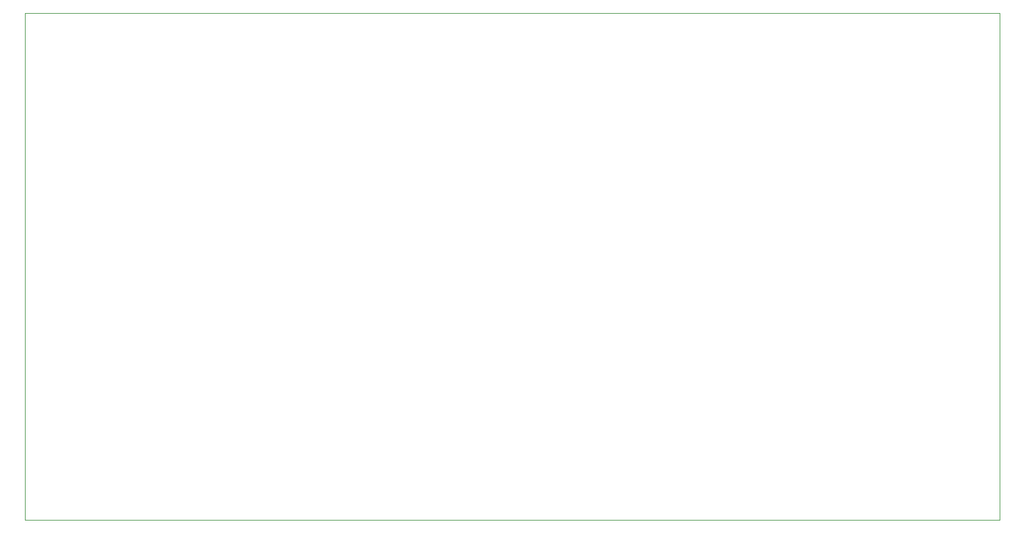
<source format=gm1>
G04 #@! TF.GenerationSoftware,KiCad,Pcbnew,5.1.6-c6e7f7d~87~ubuntu18.04.1*
G04 #@! TF.CreationDate,2020-08-29T16:42:25+03:00*
G04 #@! TF.ProjectId,Borjomi-Main,426f726a-6f6d-4692-9d4d-61696e2e6b69,rev?*
G04 #@! TF.SameCoordinates,Original*
G04 #@! TF.FileFunction,Profile,NP*
%FSLAX46Y46*%
G04 Gerber Fmt 4.6, Leading zero omitted, Abs format (unit mm)*
G04 Created by KiCad (PCBNEW 5.1.6-c6e7f7d~87~ubuntu18.04.1) date 2020-08-29 16:42:25*
%MOMM*%
%LPD*%
G01*
G04 APERTURE LIST*
G04 #@! TA.AperFunction,Profile*
%ADD10C,0.100000*%
G04 #@! TD*
G04 APERTURE END LIST*
D10*
X91649000Y-143637000D02*
X91649000Y-74803000D01*
X223901000Y-143637000D02*
X91649000Y-143637000D01*
X223901000Y-74803000D02*
X223901000Y-143637000D01*
X91649000Y-74803000D02*
X223901000Y-74803000D01*
M02*

</source>
